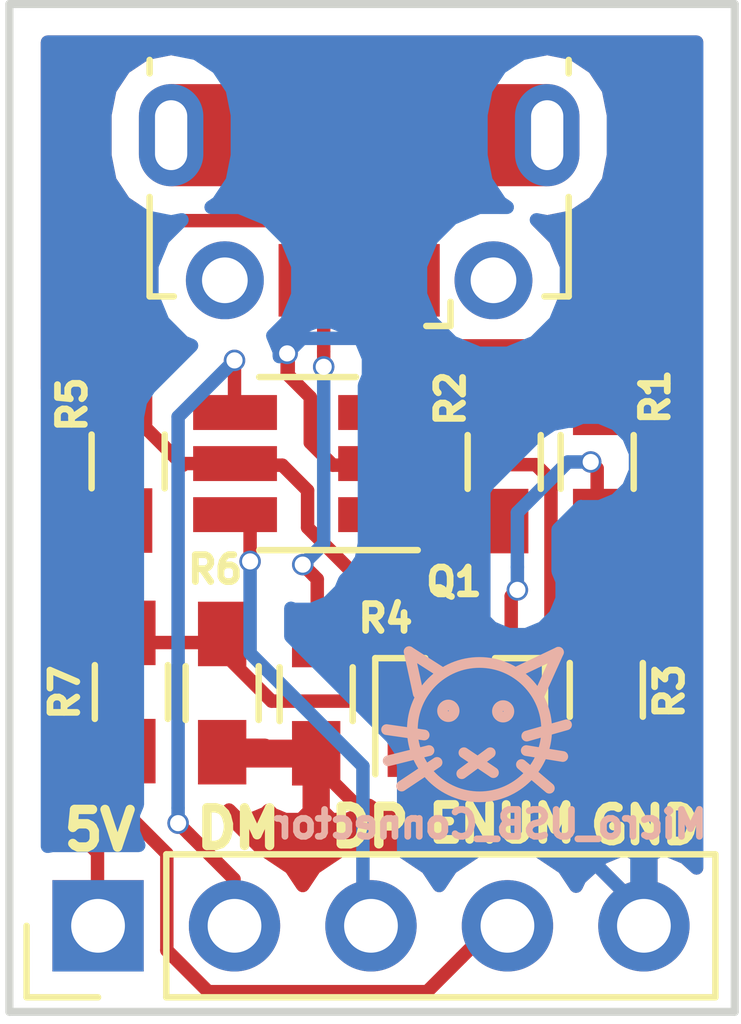
<source format=kicad_pcb>
(kicad_pcb (version 4) (host pcbnew 4.0.7)

  (general
    (links 21)
    (no_connects 0)
    (area 145.924999 108.674999 159.575001 127.575001)
    (thickness 1.6)
    (drawings 25)
    (tracks 122)
    (zones 0)
    (modules 11)
    (nets 13)
  )

  (page A4)
  (layers
    (0 F.Cu signal)
    (31 B.Cu signal)
    (32 B.Adhes user)
    (33 F.Adhes user)
    (34 B.Paste user)
    (35 F.Paste user)
    (36 B.SilkS user)
    (37 F.SilkS user)
    (38 B.Mask user)
    (39 F.Mask user)
    (40 Dwgs.User user)
    (41 Cmts.User user)
    (42 Eco1.User user)
    (43 Eco2.User user)
    (44 Edge.Cuts user)
    (45 Margin user)
    (46 B.CrtYd user)
    (47 F.CrtYd user)
    (48 B.Fab user)
    (49 F.Fab user hide)
  )

  (setup
    (last_trace_width 0.25)
    (trace_clearance 0.2)
    (zone_clearance 0.508)
    (zone_45_only no)
    (trace_min 0.2)
    (segment_width 0.2)
    (edge_width 0.15)
    (via_size 0.6)
    (via_drill 0.4)
    (via_min_size 0.4)
    (via_min_drill 0.3)
    (user_via 0.4 0.3)
    (uvia_size 0.3)
    (uvia_drill 0.1)
    (uvias_allowed no)
    (uvia_min_size 0.2)
    (uvia_min_drill 0.1)
    (pcb_text_width 0.3)
    (pcb_text_size 1.5 1.5)
    (mod_edge_width 0.15)
    (mod_text_size 1 1)
    (mod_text_width 0.15)
    (pad_size 1.2 1.9)
    (pad_drill 0.6)
    (pad_to_mask_clearance 0.2)
    (aux_axis_origin 0 0)
    (visible_elements FFFFFF7F)
    (pcbplotparams
      (layerselection 0x00030_80000001)
      (usegerberextensions false)
      (excludeedgelayer true)
      (linewidth 0.100000)
      (plotframeref false)
      (viasonmask false)
      (mode 1)
      (useauxorigin false)
      (hpglpennumber 1)
      (hpglpenspeed 20)
      (hpglpendiameter 15)
      (hpglpenoverlay 2)
      (psnegative false)
      (psa4output false)
      (plotreference true)
      (plotvalue true)
      (plotinvisibletext false)
      (padsonsilk false)
      (subtractmaskfromsilk false)
      (outputformat 1)
      (mirror false)
      (drillshape 1)
      (scaleselection 1)
      (outputdirectory ""))
  )

  (net 0 "")
  (net 1 GND)
  (net 2 "Net-(J1-Pad2)")
  (net 3 +5V)
  (net 4 "Net-(J1-Pad4)")
  (net 5 "Net-(J1-Pad3)")
  (net 6 /DM)
  (net 7 /DP)
  (net 8 /USB_ENUM)
  (net 9 "Net-(Q1-Pad1)")
  (net 10 "Net-(Q1-Pad2)")
  (net 11 "Net-(R2-Pad1)")
  (net 12 "Net-(R3-Pad1)")

  (net_class Default "This is the default net class."
    (clearance 0.2)
    (trace_width 0.25)
    (via_dia 0.6)
    (via_drill 0.4)
    (uvia_dia 0.3)
    (uvia_drill 0.1)
    (add_net +5V)
    (add_net /DM)
    (add_net /DP)
    (add_net /USB_ENUM)
    (add_net GND)
    (add_net "Net-(J1-Pad2)")
    (add_net "Net-(J1-Pad3)")
    (add_net "Net-(J1-Pad4)")
    (add_net "Net-(Q1-Pad1)")
    (add_net "Net-(Q1-Pad2)")
    (add_net "Net-(R2-Pad1)")
    (add_net "Net-(R3-Pad1)")
  )

  (module Connectors_USB:USB_Micro-B_Molex-105017-0001 (layer F.Cu) (tedit 59DF5418) (tstamp 59DF450E)
    (at 152.51 111.54 180)
    (descr http://www.molex.com/pdm_docs/sd/1050170001_sd.pdf)
    (tags "Micro-USB SMD Typ-B")
    (path /59DF3ADA)
    (attr smd)
    (fp_text reference J1 (at 0.91 -5.71 180) (layer F.SilkS) hide
      (effects (font (size 0.6 0.6) (thickness 0.15)))
    )
    (fp_text value USB_OTG (at 0.3 3.45 180) (layer F.Fab)
      (effects (font (size 1 1) (thickness 0.15)))
    )
    (fp_line (start -4.4 2.75) (end 4.4 2.75) (layer F.CrtYd) (width 0.05))
    (fp_line (start 4.4 -3.35) (end 4.4 2.75) (layer F.CrtYd) (width 0.05))
    (fp_line (start -4.4 -3.35) (end 4.4 -3.35) (layer F.CrtYd) (width 0.05))
    (fp_line (start -4.4 2.75) (end -4.4 -3.35) (layer F.CrtYd) (width 0.05))
    (fp_text user "PCB Edge" (at 0 1.8 180) (layer Dwgs.User) hide
      (effects (font (size 0.5 0.5) (thickness 0.08)))
    )
    (fp_line (start -3.9 -2.65) (end -3.45 -2.65) (layer F.SilkS) (width 0.12))
    (fp_line (start -3.9 -0.8) (end -3.9 -2.65) (layer F.SilkS) (width 0.12))
    (fp_line (start 3.9 1.75) (end 3.9 1.5) (layer F.SilkS) (width 0.12))
    (fp_line (start 3.75 2.5) (end 3.75 -2.5) (layer F.Fab) (width 0.1))
    (fp_line (start -3 1.801704) (end 3 1.801704) (layer F.Fab) (width 0.1))
    (fp_line (start -3.75 2.501704) (end 3.75 2.501704) (layer F.Fab) (width 0.1))
    (fp_line (start -3.75 -2.5) (end 3.75 -2.5) (layer F.Fab) (width 0.1))
    (fp_line (start -3.75 2.5) (end -3.75 -2.5) (layer F.Fab) (width 0.1))
    (fp_line (start -3.9 1.75) (end -3.9 1.5) (layer F.SilkS) (width 0.12))
    (fp_line (start 3.9 -0.8) (end 3.9 -2.65) (layer F.SilkS) (width 0.12))
    (fp_line (start 3.9 -2.65) (end 3.45 -2.65) (layer F.SilkS) (width 0.12))
    (fp_text user %R (at 0 0 180) (layer F.Fab)
      (effects (font (size 1 1) (thickness 0.15)))
    )
    (fp_line (start -1.7 -3.2) (end -1.25 -3.2) (layer F.SilkS) (width 0.12))
    (fp_line (start -1.7 -3.2) (end -1.7 -2.75) (layer F.SilkS) (width 0.12))
    (fp_line (start -1.3 -2.6) (end -1.5 -2.8) (layer F.Fab) (width 0.1))
    (fp_line (start -1.1 -2.8) (end -1.3 -2.6) (layer F.Fab) (width 0.1))
    (fp_line (start -1.5 -3.01) (end -1.1 -3.01) (layer F.Fab) (width 0.1))
    (fp_line (start -1.5 -3.01) (end -1.5 -2.8) (layer F.Fab) (width 0.1))
    (fp_line (start -1.1 -3.01) (end -1.1 -2.8) (layer F.Fab) (width 0.1))
    (pad 6 smd rect (at 1 0.35 180) (size 1.5 1.9) (layers F.Cu F.Paste F.Mask))
    (pad 6 thru_hole circle (at -2.5 -2.35 180) (size 1.45 1.45) (drill 0.85) (layers *.Cu *.Mask))
    (pad 2 smd rect (at -0.65 -2.35 180) (size 0.4 1.35) (layers F.Cu F.Paste F.Mask)
      (net 2 "Net-(J1-Pad2)"))
    (pad 1 smd rect (at -1.3 -2.35 180) (size 0.4 1.35) (layers F.Cu F.Paste F.Mask)
      (net 3 +5V))
    (pad 5 smd rect (at 1.3 -2.35 180) (size 0.4 1.35) (layers F.Cu F.Paste F.Mask)
      (net 1 GND))
    (pad 4 smd rect (at 0.65 -2.35 180) (size 0.4 1.35) (layers F.Cu F.Paste F.Mask)
      (net 4 "Net-(J1-Pad4)"))
    (pad 3 smd rect (at 0 -2.35 180) (size 0.4 1.35) (layers F.Cu F.Paste F.Mask)
      (net 5 "Net-(J1-Pad3)"))
    (pad 6 thru_hole circle (at 2.5 -2.35 180) (size 1.45 1.45) (drill 0.85) (layers *.Cu *.Mask))
    (pad 6 smd rect (at -1 0.35 180) (size 1.5 1.9) (layers F.Cu F.Paste F.Mask))
    (pad 6 thru_hole oval (at -3.5 0.35) (size 1.2 1.9) (drill oval 0.6 1.3) (layers *.Cu *.Mask))
    (pad 6 thru_hole oval (at 3.5 0.35 180) (size 1.2 1.9) (drill oval 0.6 1.3) (layers *.Cu *.Mask))
    (pad 6 smd rect (at 2.9 0.35 180) (size 1.2 1.9) (layers F.Cu F.Mask))
    (pad 6 smd rect (at -2.9 0.35 180) (size 1.2 1.9) (layers F.Cu F.Mask))
    (model ${KISYS3DMOD}/Connectors_USB.3dshapes/USB_Micro-B_Molex-105017-0001.wrl
      (at (xyz 0 0 0))
      (scale (xyz 1 1 1))
      (rotate (xyz 0 0 0))
    )
  )

  (module TO_SOT_Packages_SMD:SOT-23 (layer F.Cu) (tedit 59DF4F3B) (tstamp 59DF451E)
    (at 154.39 121.68 90)
    (descr "SOT-23, Standard")
    (tags SOT-23)
    (path /59DF3E82)
    (attr smd)
    (fp_text reference Q1 (at 2.18 -0.115 180) (layer F.SilkS)
      (effects (font (size 0.5 0.5) (thickness 0.125)))
    )
    (fp_text value MMBT3904 (at 0 2.5 90) (layer F.Fab)
      (effects (font (size 1 1) (thickness 0.15)))
    )
    (fp_text user %R (at 0 0 180) (layer F.Fab)
      (effects (font (size 0.5 0.5) (thickness 0.075)))
    )
    (fp_line (start -0.7 -0.95) (end -0.7 1.5) (layer F.Fab) (width 0.1))
    (fp_line (start -0.15 -1.52) (end 0.7 -1.52) (layer F.Fab) (width 0.1))
    (fp_line (start -0.7 -0.95) (end -0.15 -1.52) (layer F.Fab) (width 0.1))
    (fp_line (start 0.7 -1.52) (end 0.7 1.52) (layer F.Fab) (width 0.1))
    (fp_line (start -0.7 1.52) (end 0.7 1.52) (layer F.Fab) (width 0.1))
    (fp_line (start 0.76 1.58) (end 0.76 0.65) (layer F.SilkS) (width 0.12))
    (fp_line (start 0.76 -1.58) (end 0.76 -0.65) (layer F.SilkS) (width 0.12))
    (fp_line (start -1.7 -1.75) (end 1.7 -1.75) (layer F.CrtYd) (width 0.05))
    (fp_line (start 1.7 -1.75) (end 1.7 1.75) (layer F.CrtYd) (width 0.05))
    (fp_line (start 1.7 1.75) (end -1.7 1.75) (layer F.CrtYd) (width 0.05))
    (fp_line (start -1.7 1.75) (end -1.7 -1.75) (layer F.CrtYd) (width 0.05))
    (fp_line (start 0.76 -1.58) (end -1.4 -1.58) (layer F.SilkS) (width 0.12))
    (fp_line (start 0.76 1.58) (end -0.7 1.58) (layer F.SilkS) (width 0.12))
    (pad 1 smd rect (at -1 -0.95 90) (size 0.9 0.8) (layers F.Cu F.Paste F.Mask)
      (net 9 "Net-(Q1-Pad1)"))
    (pad 2 smd rect (at -1 0.95 90) (size 0.9 0.8) (layers F.Cu F.Paste F.Mask)
      (net 10 "Net-(Q1-Pad2)"))
    (pad 3 smd rect (at 1 0 90) (size 0.9 0.8) (layers F.Cu F.Paste F.Mask)
      (net 3 +5V))
    (model ${KISYS3DMOD}/TO_SOT_Packages_SMD.3dshapes/SOT-23.wrl
      (at (xyz 0 0 0))
      (scale (xyz 1 1 1))
      (rotate (xyz 0 0 0))
    )
  )

  (module Resistors_SMD:R_0603_HandSoldering (layer F.Cu) (tedit 59DF4F34) (tstamp 59DF4524)
    (at 156.94 117.27 90)
    (descr "Resistor SMD 0603, hand soldering")
    (tags "resistor 0603")
    (path /59DF3BCC)
    (attr smd)
    (fp_text reference R1 (at 1.21 1.08 90) (layer F.SilkS)
      (effects (font (size 0.5 0.5) (thickness 0.125)))
    )
    (fp_text value 1k5 (at 0 1.55 90) (layer F.Fab)
      (effects (font (size 1 1) (thickness 0.15)))
    )
    (fp_text user %R (at 0 0 90) (layer F.Fab)
      (effects (font (size 0.4 0.4) (thickness 0.075)))
    )
    (fp_line (start -0.8 0.4) (end -0.8 -0.4) (layer F.Fab) (width 0.1))
    (fp_line (start 0.8 0.4) (end -0.8 0.4) (layer F.Fab) (width 0.1))
    (fp_line (start 0.8 -0.4) (end 0.8 0.4) (layer F.Fab) (width 0.1))
    (fp_line (start -0.8 -0.4) (end 0.8 -0.4) (layer F.Fab) (width 0.1))
    (fp_line (start 0.5 0.68) (end -0.5 0.68) (layer F.SilkS) (width 0.12))
    (fp_line (start -0.5 -0.68) (end 0.5 -0.68) (layer F.SilkS) (width 0.12))
    (fp_line (start -1.96 -0.7) (end 1.95 -0.7) (layer F.CrtYd) (width 0.05))
    (fp_line (start -1.96 -0.7) (end -1.96 0.7) (layer F.CrtYd) (width 0.05))
    (fp_line (start 1.95 0.7) (end 1.95 -0.7) (layer F.CrtYd) (width 0.05))
    (fp_line (start 1.95 0.7) (end -1.96 0.7) (layer F.CrtYd) (width 0.05))
    (pad 1 smd rect (at -1.1 0 90) (size 1.2 0.9) (layers F.Cu F.Paste F.Mask)
      (net 10 "Net-(Q1-Pad2)"))
    (pad 2 smd rect (at 1.1 0 90) (size 1.2 0.9) (layers F.Cu F.Paste F.Mask)
      (net 5 "Net-(J1-Pad3)"))
    (model ${KISYS3DMOD}/Resistors_SMD.3dshapes/R_0603.wrl
      (at (xyz 0 0 0))
      (scale (xyz 1 1 1))
      (rotate (xyz 0 0 0))
    )
  )

  (module Resistors_SMD:R_0603_HandSoldering (layer F.Cu) (tedit 59DF4F2F) (tstamp 59DF452A)
    (at 155.21 117.27 90)
    (descr "Resistor SMD 0603, hand soldering")
    (tags "resistor 0603")
    (path /59DF3BF6)
    (attr smd)
    (fp_text reference R2 (at 1.18 -1 90) (layer F.SilkS)
      (effects (font (size 0.5 0.5) (thickness 0.125)))
    )
    (fp_text value 20R (at 0 1.55 90) (layer F.Fab)
      (effects (font (size 1 1) (thickness 0.15)))
    )
    (fp_text user %R (at 0 0 90) (layer F.Fab)
      (effects (font (size 0.4 0.4) (thickness 0.075)))
    )
    (fp_line (start -0.8 0.4) (end -0.8 -0.4) (layer F.Fab) (width 0.1))
    (fp_line (start 0.8 0.4) (end -0.8 0.4) (layer F.Fab) (width 0.1))
    (fp_line (start 0.8 -0.4) (end 0.8 0.4) (layer F.Fab) (width 0.1))
    (fp_line (start -0.8 -0.4) (end 0.8 -0.4) (layer F.Fab) (width 0.1))
    (fp_line (start 0.5 0.68) (end -0.5 0.68) (layer F.SilkS) (width 0.12))
    (fp_line (start -0.5 -0.68) (end 0.5 -0.68) (layer F.SilkS) (width 0.12))
    (fp_line (start -1.96 -0.7) (end 1.95 -0.7) (layer F.CrtYd) (width 0.05))
    (fp_line (start -1.96 -0.7) (end -1.96 0.7) (layer F.CrtYd) (width 0.05))
    (fp_line (start 1.95 0.7) (end 1.95 -0.7) (layer F.CrtYd) (width 0.05))
    (fp_line (start 1.95 0.7) (end -1.96 0.7) (layer F.CrtYd) (width 0.05))
    (pad 1 smd rect (at -1.1 0 90) (size 1.2 0.9) (layers F.Cu F.Paste F.Mask)
      (net 11 "Net-(R2-Pad1)"))
    (pad 2 smd rect (at 1.1 0 90) (size 1.2 0.9) (layers F.Cu F.Paste F.Mask)
      (net 5 "Net-(J1-Pad3)"))
    (model ${KISYS3DMOD}/Resistors_SMD.3dshapes/R_0603.wrl
      (at (xyz 0 0 0))
      (scale (xyz 1 1 1))
      (rotate (xyz 0 0 0))
    )
  )

  (module Resistors_SMD:R_0603_HandSoldering (layer F.Cu) (tedit 59DF4F37) (tstamp 59DF4530)
    (at 157.11 121.51 90)
    (descr "Resistor SMD 0603, hand soldering")
    (tags "resistor 0603")
    (path /59DF3B84)
    (attr smd)
    (fp_text reference R3 (at -0.025 1.175 90) (layer F.SilkS)
      (effects (font (size 0.5 0.5) (thickness 0.125)))
    )
    (fp_text value 20R (at 0 1.55 90) (layer F.Fab)
      (effects (font (size 1 1) (thickness 0.15)))
    )
    (fp_text user %R (at 0 0 90) (layer F.Fab)
      (effects (font (size 0.4 0.4) (thickness 0.075)))
    )
    (fp_line (start -0.8 0.4) (end -0.8 -0.4) (layer F.Fab) (width 0.1))
    (fp_line (start 0.8 0.4) (end -0.8 0.4) (layer F.Fab) (width 0.1))
    (fp_line (start 0.8 -0.4) (end 0.8 0.4) (layer F.Fab) (width 0.1))
    (fp_line (start -0.8 -0.4) (end 0.8 -0.4) (layer F.Fab) (width 0.1))
    (fp_line (start 0.5 0.68) (end -0.5 0.68) (layer F.SilkS) (width 0.12))
    (fp_line (start -0.5 -0.68) (end 0.5 -0.68) (layer F.SilkS) (width 0.12))
    (fp_line (start -1.96 -0.7) (end 1.95 -0.7) (layer F.CrtYd) (width 0.05))
    (fp_line (start -1.96 -0.7) (end -1.96 0.7) (layer F.CrtYd) (width 0.05))
    (fp_line (start 1.95 0.7) (end 1.95 -0.7) (layer F.CrtYd) (width 0.05))
    (fp_line (start 1.95 0.7) (end -1.96 0.7) (layer F.CrtYd) (width 0.05))
    (pad 1 smd rect (at -1.1 0 90) (size 1.2 0.9) (layers F.Cu F.Paste F.Mask)
      (net 12 "Net-(R3-Pad1)"))
    (pad 2 smd rect (at 1.1 0 90) (size 1.2 0.9) (layers F.Cu F.Paste F.Mask)
      (net 2 "Net-(J1-Pad2)"))
    (model ${KISYS3DMOD}/Resistors_SMD.3dshapes/R_0603.wrl
      (at (xyz 0 0 0))
      (scale (xyz 1 1 1))
      (rotate (xyz 0 0 0))
    )
  )

  (module Resistors_SMD:R_0603_HandSoldering (layer F.Cu) (tedit 59DF4F1C) (tstamp 59DF4536)
    (at 151.71 121.59 90)
    (descr "Resistor SMD 0603, hand soldering")
    (tags "resistor 0603")
    (path /59DF48E8)
    (attr smd)
    (fp_text reference R4 (at 1.41 1.29 180) (layer F.SilkS)
      (effects (font (size 0.5 0.5) (thickness 0.125)))
    )
    (fp_text value 100k (at 0 1.55 90) (layer F.Fab)
      (effects (font (size 1 1) (thickness 0.15)))
    )
    (fp_text user %R (at 0 0 90) (layer F.Fab)
      (effects (font (size 0.4 0.4) (thickness 0.075)))
    )
    (fp_line (start -0.8 0.4) (end -0.8 -0.4) (layer F.Fab) (width 0.1))
    (fp_line (start 0.8 0.4) (end -0.8 0.4) (layer F.Fab) (width 0.1))
    (fp_line (start 0.8 -0.4) (end 0.8 0.4) (layer F.Fab) (width 0.1))
    (fp_line (start -0.8 -0.4) (end 0.8 -0.4) (layer F.Fab) (width 0.1))
    (fp_line (start 0.5 0.68) (end -0.5 0.68) (layer F.SilkS) (width 0.12))
    (fp_line (start -0.5 -0.68) (end 0.5 -0.68) (layer F.SilkS) (width 0.12))
    (fp_line (start -1.96 -0.7) (end 1.95 -0.7) (layer F.CrtYd) (width 0.05))
    (fp_line (start -1.96 -0.7) (end -1.96 0.7) (layer F.CrtYd) (width 0.05))
    (fp_line (start 1.95 0.7) (end 1.95 -0.7) (layer F.CrtYd) (width 0.05))
    (fp_line (start 1.95 0.7) (end -1.96 0.7) (layer F.CrtYd) (width 0.05))
    (pad 1 smd rect (at -1.1 0 90) (size 1.2 0.9) (layers F.Cu F.Paste F.Mask)
      (net 1 GND))
    (pad 2 smd rect (at 1.1 0 90) (size 1.2 0.9) (layers F.Cu F.Paste F.Mask)
      (net 4 "Net-(J1-Pad4)"))
    (model ${KISYS3DMOD}/Resistors_SMD.3dshapes/R_0603.wrl
      (at (xyz 0 0 0))
      (scale (xyz 1 1 1))
      (rotate (xyz 0 0 0))
    )
  )

  (module Resistors_SMD:R_0603_HandSoldering (layer F.Cu) (tedit 59DF4F2B) (tstamp 59DF453C)
    (at 148.21 117.26 270)
    (descr "Resistor SMD 0603, hand soldering")
    (tags "resistor 0603")
    (path /59DF3C17)
    (attr smd)
    (fp_text reference R5 (at -1.06 1.04 270) (layer F.SilkS)
      (effects (font (size 0.5 0.5) (thickness 0.125)))
    )
    (fp_text value R (at 0 1.55 270) (layer F.Fab)
      (effects (font (size 1 1) (thickness 0.15)))
    )
    (fp_text user %R (at 0 0 270) (layer F.Fab)
      (effects (font (size 0.4 0.4) (thickness 0.075)))
    )
    (fp_line (start -0.8 0.4) (end -0.8 -0.4) (layer F.Fab) (width 0.1))
    (fp_line (start 0.8 0.4) (end -0.8 0.4) (layer F.Fab) (width 0.1))
    (fp_line (start 0.8 -0.4) (end 0.8 0.4) (layer F.Fab) (width 0.1))
    (fp_line (start -0.8 -0.4) (end 0.8 -0.4) (layer F.Fab) (width 0.1))
    (fp_line (start 0.5 0.68) (end -0.5 0.68) (layer F.SilkS) (width 0.12))
    (fp_line (start -0.5 -0.68) (end 0.5 -0.68) (layer F.SilkS) (width 0.12))
    (fp_line (start -1.96 -0.7) (end 1.95 -0.7) (layer F.CrtYd) (width 0.05))
    (fp_line (start -1.96 -0.7) (end -1.96 0.7) (layer F.CrtYd) (width 0.05))
    (fp_line (start 1.95 0.7) (end 1.95 -0.7) (layer F.CrtYd) (width 0.05))
    (fp_line (start 1.95 0.7) (end -1.96 0.7) (layer F.CrtYd) (width 0.05))
    (pad 1 smd rect (at -1.1 0 270) (size 1.2 0.9) (layers F.Cu F.Paste F.Mask)
      (net 3 +5V))
    (pad 2 smd rect (at 1.1 0 270) (size 1.2 0.9) (layers F.Cu F.Paste F.Mask)
      (net 9 "Net-(Q1-Pad1)"))
    (model ${KISYS3DMOD}/Resistors_SMD.3dshapes/R_0603.wrl
      (at (xyz 0 0 0))
      (scale (xyz 1 1 1))
      (rotate (xyz 0 0 0))
    )
  )

  (module Resistors_SMD:R_0603_HandSoldering (layer F.Cu) (tedit 59DF4F20) (tstamp 59DF4542)
    (at 149.96 121.57 90)
    (descr "Resistor SMD 0603, hand soldering")
    (tags "resistor 0603")
    (path /59DF3C3B)
    (attr smd)
    (fp_text reference R6 (at 2.3 -0.13 180) (layer F.SilkS)
      (effects (font (size 0.5 0.5) (thickness 0.125)))
    )
    (fp_text value 36k (at 0 1.55 90) (layer F.Fab)
      (effects (font (size 1 1) (thickness 0.15)))
    )
    (fp_text user %R (at 0 0 90) (layer F.Fab)
      (effects (font (size 0.4 0.4) (thickness 0.075)))
    )
    (fp_line (start -0.8 0.4) (end -0.8 -0.4) (layer F.Fab) (width 0.1))
    (fp_line (start 0.8 0.4) (end -0.8 0.4) (layer F.Fab) (width 0.1))
    (fp_line (start 0.8 -0.4) (end 0.8 0.4) (layer F.Fab) (width 0.1))
    (fp_line (start -0.8 -0.4) (end 0.8 -0.4) (layer F.Fab) (width 0.1))
    (fp_line (start 0.5 0.68) (end -0.5 0.68) (layer F.SilkS) (width 0.12))
    (fp_line (start -0.5 -0.68) (end 0.5 -0.68) (layer F.SilkS) (width 0.12))
    (fp_line (start -1.96 -0.7) (end 1.95 -0.7) (layer F.CrtYd) (width 0.05))
    (fp_line (start -1.96 -0.7) (end -1.96 0.7) (layer F.CrtYd) (width 0.05))
    (fp_line (start 1.95 0.7) (end 1.95 -0.7) (layer F.CrtYd) (width 0.05))
    (fp_line (start 1.95 0.7) (end -1.96 0.7) (layer F.CrtYd) (width 0.05))
    (pad 1 smd rect (at -1.1 0 90) (size 1.2 0.9) (layers F.Cu F.Paste F.Mask)
      (net 1 GND))
    (pad 2 smd rect (at 1.1 0 90) (size 1.2 0.9) (layers F.Cu F.Paste F.Mask)
      (net 9 "Net-(Q1-Pad1)"))
    (model ${KISYS3DMOD}/Resistors_SMD.3dshapes/R_0603.wrl
      (at (xyz 0 0 0))
      (scale (xyz 1 1 1))
      (rotate (xyz 0 0 0))
    )
  )

  (module Resistors_SMD:R_0603_HandSoldering (layer F.Cu) (tedit 59DF4F26) (tstamp 59DF4548)
    (at 148.27 121.55 90)
    (descr "Resistor SMD 0603, hand soldering")
    (tags "resistor 0603")
    (path /59DF49CC)
    (attr smd)
    (fp_text reference R7 (at -0.01 -1.24 90) (layer F.SilkS)
      (effects (font (size 0.5 0.5) (thickness 0.125)))
    )
    (fp_text value 100R (at 0 1.55 90) (layer F.Fab)
      (effects (font (size 1 1) (thickness 0.15)))
    )
    (fp_text user %R (at 0 0 90) (layer F.Fab)
      (effects (font (size 0.4 0.4) (thickness 0.075)))
    )
    (fp_line (start -0.8 0.4) (end -0.8 -0.4) (layer F.Fab) (width 0.1))
    (fp_line (start 0.8 0.4) (end -0.8 0.4) (layer F.Fab) (width 0.1))
    (fp_line (start 0.8 -0.4) (end 0.8 0.4) (layer F.Fab) (width 0.1))
    (fp_line (start -0.8 -0.4) (end 0.8 -0.4) (layer F.Fab) (width 0.1))
    (fp_line (start 0.5 0.68) (end -0.5 0.68) (layer F.SilkS) (width 0.12))
    (fp_line (start -0.5 -0.68) (end 0.5 -0.68) (layer F.SilkS) (width 0.12))
    (fp_line (start -1.96 -0.7) (end 1.95 -0.7) (layer F.CrtYd) (width 0.05))
    (fp_line (start -1.96 -0.7) (end -1.96 0.7) (layer F.CrtYd) (width 0.05))
    (fp_line (start 1.95 0.7) (end 1.95 -0.7) (layer F.CrtYd) (width 0.05))
    (fp_line (start 1.95 0.7) (end -1.96 0.7) (layer F.CrtYd) (width 0.05))
    (pad 1 smd rect (at -1.1 0 90) (size 1.2 0.9) (layers F.Cu F.Paste F.Mask)
      (net 8 /USB_ENUM))
    (pad 2 smd rect (at 1.1 0 90) (size 1.2 0.9) (layers F.Cu F.Paste F.Mask)
      (net 9 "Net-(Q1-Pad1)"))
    (model ${KISYS3DMOD}/Resistors_SMD.3dshapes/R_0603.wrl
      (at (xyz 0 0 0))
      (scale (xyz 1 1 1))
      (rotate (xyz 0 0 0))
    )
  )

  (module TO_SOT_Packages_SMD:SOT-23-6_Handsoldering (layer F.Cu) (tedit 59DF4D31) (tstamp 59DF4552)
    (at 151.55 117.3 180)
    (descr "6-pin SOT-23 package, Handsoldering")
    (tags "SOT-23-6 Handsoldering")
    (path /59DF5091)
    (attr smd)
    (fp_text reference U1 (at 0 -2.9 180) (layer F.SilkS) hide
      (effects (font (size 1 1) (thickness 0.15)))
    )
    (fp_text value USBLC6-2SC6 (at 0 2.9 180) (layer F.Fab)
      (effects (font (size 1 1) (thickness 0.15)))
    )
    (fp_text user %R (at 0 0 270) (layer F.Fab)
      (effects (font (size 0.5 0.5) (thickness 0.075)))
    )
    (fp_line (start -0.9 1.61) (end 0.9 1.61) (layer F.SilkS) (width 0.12))
    (fp_line (start 0.9 -1.61) (end -2.05 -1.61) (layer F.SilkS) (width 0.12))
    (fp_line (start -2.4 1.8) (end -2.4 -1.8) (layer F.CrtYd) (width 0.05))
    (fp_line (start 2.4 1.8) (end -2.4 1.8) (layer F.CrtYd) (width 0.05))
    (fp_line (start 2.4 -1.8) (end 2.4 1.8) (layer F.CrtYd) (width 0.05))
    (fp_line (start -2.4 -1.8) (end 2.4 -1.8) (layer F.CrtYd) (width 0.05))
    (fp_line (start -0.9 -0.9) (end -0.25 -1.55) (layer F.Fab) (width 0.1))
    (fp_line (start 0.9 -1.55) (end -0.25 -1.55) (layer F.Fab) (width 0.1))
    (fp_line (start -0.9 -0.9) (end -0.9 1.55) (layer F.Fab) (width 0.1))
    (fp_line (start 0.9 1.55) (end -0.9 1.55) (layer F.Fab) (width 0.1))
    (fp_line (start 0.9 -1.55) (end 0.9 1.55) (layer F.Fab) (width 0.1))
    (pad 1 smd rect (at -1.35 -0.95 180) (size 1.56 0.65) (layers F.Cu F.Paste F.Mask)
      (net 11 "Net-(R2-Pad1)"))
    (pad 2 smd rect (at -1.35 0 180) (size 1.56 0.65) (layers F.Cu F.Paste F.Mask)
      (net 1 GND))
    (pad 3 smd rect (at -1.35 0.95 180) (size 1.56 0.65) (layers F.Cu F.Paste F.Mask)
      (net 12 "Net-(R3-Pad1)"))
    (pad 4 smd rect (at 1.35 0.95 180) (size 1.56 0.65) (layers F.Cu F.Paste F.Mask)
      (net 6 /DM))
    (pad 6 smd rect (at 1.35 -0.95 180) (size 1.56 0.65) (layers F.Cu F.Paste F.Mask)
      (net 7 /DP))
    (pad 5 smd rect (at 1.35 0 180) (size 1.56 0.65) (layers F.Cu F.Paste F.Mask)
      (net 3 +5V))
    (model ${KISYS3DMOD}/TO_SOT_Packages_SMD.3dshapes/SOT-23-6.wrl
      (at (xyz 0 0 0))
      (scale (xyz 1 1 1))
      (rotate (xyz 0 0 0))
    )
  )

  (module Pin_Headers:Pin_Header_Straight_1x05_Pitch2.54mm (layer F.Cu) (tedit 59DF4D3A) (tstamp 59DF4565)
    (at 147.65 125.9 90)
    (descr "Through hole straight pin header, 1x05, 2.54mm pitch, single row")
    (tags "Through hole pin header THT 1x05 2.54mm single row")
    (path /59DF3B49)
    (fp_text reference J2 (at 0 -2.33 90) (layer F.SilkS) hide
      (effects (font (size 1 1) (thickness 0.15)))
    )
    (fp_text value Conn_01x05 (at 0 12.49 90) (layer F.Fab)
      (effects (font (size 1 1) (thickness 0.15)))
    )
    (fp_line (start -0.635 -1.27) (end 1.27 -1.27) (layer F.Fab) (width 0.1))
    (fp_line (start 1.27 -1.27) (end 1.27 11.43) (layer F.Fab) (width 0.1))
    (fp_line (start 1.27 11.43) (end -1.27 11.43) (layer F.Fab) (width 0.1))
    (fp_line (start -1.27 11.43) (end -1.27 -0.635) (layer F.Fab) (width 0.1))
    (fp_line (start -1.27 -0.635) (end -0.635 -1.27) (layer F.Fab) (width 0.1))
    (fp_line (start -1.33 11.49) (end 1.33 11.49) (layer F.SilkS) (width 0.12))
    (fp_line (start -1.33 1.27) (end -1.33 11.49) (layer F.SilkS) (width 0.12))
    (fp_line (start 1.33 1.27) (end 1.33 11.49) (layer F.SilkS) (width 0.12))
    (fp_line (start -1.33 1.27) (end 1.33 1.27) (layer F.SilkS) (width 0.12))
    (fp_line (start -1.33 0) (end -1.33 -1.33) (layer F.SilkS) (width 0.12))
    (fp_line (start -1.33 -1.33) (end 0 -1.33) (layer F.SilkS) (width 0.12))
    (fp_line (start -1.8 -1.8) (end -1.8 11.95) (layer F.CrtYd) (width 0.05))
    (fp_line (start -1.8 11.95) (end 1.8 11.95) (layer F.CrtYd) (width 0.05))
    (fp_line (start 1.8 11.95) (end 1.8 -1.8) (layer F.CrtYd) (width 0.05))
    (fp_line (start 1.8 -1.8) (end -1.8 -1.8) (layer F.CrtYd) (width 0.05))
    (fp_text user %R (at 0 5.08 180) (layer F.Fab)
      (effects (font (size 1 1) (thickness 0.15)))
    )
    (pad 1 thru_hole rect (at 0 0 90) (size 1.7 1.7) (drill 1) (layers *.Cu *.Mask)
      (net 3 +5V))
    (pad 2 thru_hole oval (at 0 2.54 90) (size 1.7 1.7) (drill 1) (layers *.Cu *.Mask)
      (net 6 /DM))
    (pad 3 thru_hole oval (at 0 5.08 90) (size 1.7 1.7) (drill 1) (layers *.Cu *.Mask)
      (net 7 /DP))
    (pad 4 thru_hole oval (at 0 7.62 90) (size 1.7 1.7) (drill 1) (layers *.Cu *.Mask)
      (net 8 /USB_ENUM))
    (pad 5 thru_hole oval (at 0 10.16 90) (size 1.7 1.7) (drill 1) (layers *.Cu *.Mask)
      (net 1 GND))
    (model ${KISYS3DMOD}/Pin_Headers.3dshapes/Pin_Header_Straight_1x05_Pitch2.54mm.wrl
      (at (xyz 0 0 0))
      (scale (xyz 1 1 1))
      (rotate (xyz 0 0 0))
    )
  )

  (gr_text Micro_USB_Connector (at 154.95 124.01) (layer B.SilkS)
    (effects (font (size 0.5 0.5) (thickness 0.125)) (justify mirror))
  )
  (gr_line (start 153.96 122.86) (end 153.3 123.3) (layer B.SilkS) (width 0.2))
  (gr_line (start 153.81 122.64) (end 153.05 122.83) (layer B.SilkS) (width 0.2))
  (gr_line (start 153.72 122.35) (end 153.02 122.25) (layer B.SilkS) (width 0.2))
  (gr_line (start 155.53 122.9) (end 156.05 123.34) (layer B.SilkS) (width 0.2))
  (gr_line (start 155.62 122.64) (end 156.3 122.75) (layer B.SilkS) (width 0.2))
  (gr_line (start 155.63 122.37) (end 156.37 122.16) (layer B.SilkS) (width 0.2))
  (gr_line (start 154.42 123.07) (end 154.95 122.68) (layer B.SilkS) (width 0.2))
  (gr_line (start 154.46 122.68) (end 155.01 123.05) (layer B.SilkS) (width 0.2))
  (gr_circle (center 155.19 121.91) (end 155.26 121.83) (layer B.SilkS) (width 0.2))
  (gr_circle (center 154.17 121.9) (end 154.27 121.86) (layer B.SilkS) (width 0.2))
  (gr_line (start 153.44 120.8) (end 153.61 121.58) (layer B.SilkS) (width 0.2))
  (gr_line (start 154.05 121.19) (end 153.44 120.8) (layer B.SilkS) (width 0.2))
  (gr_line (start 156.22 120.81) (end 155.85 121.63) (layer B.SilkS) (width 0.2))
  (gr_line (start 155.42 121.19) (end 156.22 120.81) (layer B.SilkS) (width 0.2))
  (gr_circle (center 154.75 122.25) (end 155.75 121.5) (layer B.SilkS) (width 0.2))
  (gr_text GND (at 157.83 124.03) (layer F.SilkS)
    (effects (font (size 0.65 0.65) (thickness 0.1625)))
  )
  (gr_text ENUM (at 155.17 124) (layer F.SilkS)
    (effects (font (size 0.65 0.65) (thickness 0.1625)))
  )
  (gr_text DP (at 152.71 124.06) (layer F.SilkS)
    (effects (font (size 0.7 0.7) (thickness 0.175)))
  )
  (gr_text DM (at 150.26 124.09) (layer F.SilkS)
    (effects (font (size 0.7 0.7) (thickness 0.175)))
  )
  (gr_text 5V (at 147.68 124.12) (layer F.SilkS)
    (effects (font (size 0.7 0.7) (thickness 0.175)))
  )
  (gr_line (start 159.5 127.5) (end 159.5 108.75) (layer Edge.Cuts) (width 0.15))
  (gr_line (start 146 108.75) (end 146 127.5) (layer Edge.Cuts) (width 0.15))
  (gr_line (start 146 108.75) (end 159.5 108.75) (layer Edge.Cuts) (width 0.15))
  (gr_line (start 159.5 127.5) (end 146 127.5) (layer Edge.Cuts) (width 0.15))

  (segment (start 151.19 115.655004) (end 151.6 116.065004) (width 0.25) (layer F.Cu) (net 1))
  (segment (start 151.6 116.065004) (end 151.6 116.91) (width 0.25) (layer F.Cu) (net 1))
  (segment (start 151.6 116.91) (end 152.02 117.33) (width 0.25) (layer F.Cu) (net 1))
  (segment (start 152.02 117.33) (end 153.05 117.33) (width 0.25) (layer F.Cu) (net 1))
  (segment (start 151.19 115.655004) (end 151.17 115.635004) (width 0.25) (layer F.Cu) (net 1))
  (segment (start 151.17 115.635004) (end 151.17 115.25) (width 0.25) (layer F.Cu) (net 1))
  (segment (start 151.449999 114.970001) (end 151.17 115.25) (width 0.25) (layer B.Cu) (net 1))
  (segment (start 152.715003 114.970001) (end 151.449999 114.970001) (width 0.25) (layer B.Cu) (net 1))
  (segment (start 154.829989 117.084987) (end 152.715003 114.970001) (width 0.25) (layer B.Cu) (net 1))
  (segment (start 154.829989 122.669989) (end 154.829989 117.084987) (width 0.25) (layer B.Cu) (net 1))
  (segment (start 157.8 125.64) (end 154.829989 122.669989) (width 0.25) (layer B.Cu) (net 1))
  (via (at 151.17 115.25) (size 0.4) (drill 0.3) (layers F.Cu B.Cu) (net 1))
  (segment (start 151.19 114.87) (end 151.19 115.655004) (width 0.25) (layer F.Cu) (net 1))
  (segment (start 151.19 113.54) (end 151.19 114.87) (width 0.25) (layer F.Cu) (net 1))
  (segment (start 151.73 122.78) (end 151.73 122.93) (width 0.25) (layer F.Cu) (net 1))
  (segment (start 153.264999 124.464999) (end 156.624999 124.464999) (width 0.25) (layer F.Cu) (net 1))
  (segment (start 151.73 122.93) (end 153.264999 124.464999) (width 0.25) (layer F.Cu) (net 1))
  (segment (start 156.624999 124.464999) (end 156.950001 124.790001) (width 0.25) (layer F.Cu) (net 1))
  (segment (start 156.950001 124.790001) (end 157.8 125.64) (width 0.25) (layer F.Cu) (net 1))
  (segment (start 149.94 122.83) (end 151.68 122.83) (width 0.25) (layer F.Cu) (net 1))
  (segment (start 149.94 122.83) (end 149.94 123.07) (width 0.25) (layer F.Cu) (net 1))
  (segment (start 151.68 122.83) (end 151.73 122.78) (width 0.25) (layer F.Cu) (net 1))
  (segment (start 153.14 114.64) (end 153.61 115.11) (width 0.25) (layer F.Cu) (net 2))
  (segment (start 157.515002 115.11) (end 157.81 115.404998) (width 0.25) (layer F.Cu) (net 2))
  (segment (start 153.14 113.54) (end 153.14 114.64) (width 0.25) (layer F.Cu) (net 2))
  (segment (start 157.81 115.404998) (end 157.81 119.49) (width 0.25) (layer F.Cu) (net 2))
  (segment (start 153.61 115.11) (end 157.515002 115.11) (width 0.25) (layer F.Cu) (net 2))
  (segment (start 157.81 119.49) (end 157 120.3) (width 0.25) (layer F.Cu) (net 2))
  (segment (start 157 120.3) (end 157 120.45) (width 0.25) (layer F.Cu) (net 2))
  (segment (start 153.81 113.89) (end 153.81 113.15) (width 0.25) (layer F.Cu) (net 3))
  (segment (start 153.81 113.15) (end 153.79 113.13) (width 0.25) (layer F.Cu) (net 3))
  (segment (start 150.2 117.3) (end 149.26 117.3) (width 0.25) (layer F.Cu) (net 3))
  (segment (start 149.26 117.3) (end 149.23 117.33) (width 0.25) (layer F.Cu) (net 3))
  (segment (start 151.08 117.33) (end 150.23 117.33) (width 0.25) (layer F.Cu) (net 3))
  (segment (start 150.23 117.33) (end 150.2 117.3) (width 0.25) (layer F.Cu) (net 3))
  (segment (start 151.55 117.8) (end 151.55 118.49) (width 0.25) (layer F.Cu) (net 3))
  (segment (start 148.21 116.16) (end 148.21 116.31) (width 0.25) (layer F.Cu) (net 3))
  (segment (start 148.21 116.31) (end 149.23 117.33) (width 0.25) (layer F.Cu) (net 3))
  (segment (start 151.08 117.33) (end 151.55 117.8) (width 0.25) (layer F.Cu) (net 3))
  (segment (start 151.55 118.49) (end 153.74 120.68) (width 0.25) (layer F.Cu) (net 3))
  (segment (start 153.74 120.68) (end 154.39 120.68) (width 0.25) (layer F.Cu) (net 3))
  (segment (start 153.79 113.54) (end 153.79 113.13) (width 0.25) (layer F.Cu) (net 3))
  (segment (start 153.79 113.13) (end 153.44 112.78) (width 0.25) (layer F.Cu) (net 3))
  (segment (start 153.44 112.78) (end 149.195998 112.78) (width 0.25) (layer F.Cu) (net 3))
  (segment (start 148.21 115.31) (end 148.21 116.16) (width 0.25) (layer F.Cu) (net 3))
  (segment (start 149.195998 112.78) (end 148.21 113.765998) (width 0.25) (layer F.Cu) (net 3))
  (segment (start 148.21 113.765998) (end 148.21 115.31) (width 0.25) (layer F.Cu) (net 3))
  (segment (start 148.21 116.16) (end 147.51 116.16) (width 0.25) (layer F.Cu) (net 3))
  (segment (start 147.51 116.16) (end 147.28 116.39) (width 0.25) (layer F.Cu) (net 3))
  (segment (start 147.28 116.39) (end 147.28 124.18) (width 0.25) (layer F.Cu) (net 3))
  (segment (start 147.28 124.18) (end 147.64 124.54) (width 0.25) (layer F.Cu) (net 3))
  (segment (start 147.64 124.54) (end 147.64 125.64) (width 0.25) (layer F.Cu) (net 3))
  (segment (start 151.73 120.58) (end 151.73 119.45) (width 0.25) (layer F.Cu) (net 4))
  (segment (start 151.659999 119.379999) (end 151.46 119.18) (width 0.25) (layer F.Cu) (net 4))
  (segment (start 151.659999 118.980001) (end 151.46 119.18) (width 0.25) (layer B.Cu) (net 4))
  (segment (start 151.85 115.5) (end 151.85 118.79) (width 0.25) (layer B.Cu) (net 4))
  (via (at 151.46 119.18) (size 0.4) (drill 0.3) (layers F.Cu B.Cu) (net 4))
  (segment (start 151.85 118.79) (end 151.659999 118.980001) (width 0.25) (layer B.Cu) (net 4))
  (segment (start 151.73 119.45) (end 151.659999 119.379999) (width 0.25) (layer F.Cu) (net 4))
  (segment (start 151.84 113.54) (end 151.85 113.55) (width 0.25) (layer F.Cu) (net 4))
  (segment (start 151.85 113.55) (end 151.85 115.217158) (width 0.25) (layer F.Cu) (net 4))
  (segment (start 151.85 115.217158) (end 151.85 115.5) (width 0.25) (layer F.Cu) (net 4))
  (via (at 151.85 115.5) (size 0.4) (drill 0.3) (layers F.Cu B.Cu) (net 4))
  (segment (start 152.49 114.680002) (end 152.49 113.54) (width 0.25) (layer F.Cu) (net 5))
  (segment (start 153.439998 115.63) (end 152.49 114.680002) (width 0.25) (layer F.Cu) (net 5))
  (segment (start 153.97 115.63) (end 153.439998 115.63) (width 0.25) (layer F.Cu) (net 5))
  (segment (start 154.51 116.17) (end 153.97 115.63) (width 0.25) (layer F.Cu) (net 5))
  (segment (start 155.21 116.17) (end 154.51 116.17) (width 0.25) (layer F.Cu) (net 5))
  (segment (start 155.21 116.17) (end 156.94 116.17) (width 0.25) (layer F.Cu) (net 5))
  (segment (start 150.18 125.03) (end 149.339999 124.189999) (width 0.25) (layer F.Cu) (net 6))
  (segment (start 149.14 123.707158) (end 149.14 123.99) (width 0.25) (layer B.Cu) (net 6))
  (segment (start 149.14 116.43) (end 149.14 123.707158) (width 0.25) (layer B.Cu) (net 6))
  (segment (start 149.339999 124.189999) (end 149.14 123.99) (width 0.25) (layer F.Cu) (net 6))
  (segment (start 150.19 115.38) (end 149.14 116.43) (width 0.25) (layer B.Cu) (net 6))
  (segment (start 150.18 125.64) (end 150.18 125.03) (width 0.25) (layer F.Cu) (net 6))
  (via (at 149.14 123.99) (size 0.4) (drill 0.3) (layers F.Cu B.Cu) (net 6))
  (segment (start 150.19 115.38) (end 150.19 116.22) (width 0.25) (layer F.Cu) (net 6))
  (segment (start 150.19 116.22) (end 150.35 116.38) (width 0.25) (layer F.Cu) (net 6))
  (via (at 150.19 115.38) (size 0.4) (drill 0.3) (layers F.Cu B.Cu) (net 6))
  (segment (start 152.72 125.64) (end 152.58 125.5) (width 0.25) (layer B.Cu) (net 7))
  (segment (start 152.58 125.5) (end 152.58 122.93) (width 0.25) (layer B.Cu) (net 7))
  (segment (start 152.58 122.93) (end 150.48 120.83) (width 0.25) (layer B.Cu) (net 7))
  (segment (start 150.48 120.83) (end 150.48 119.12) (width 0.25) (layer B.Cu) (net 7))
  (segment (start 150.48 119.12) (end 150.48 118.41) (width 0.25) (layer F.Cu) (net 7))
  (segment (start 150.48 118.41) (end 150.35 118.28) (width 0.25) (layer F.Cu) (net 7))
  (via (at 150.48 119.12) (size 0.4) (drill 0.3) (layers F.Cu B.Cu) (net 7))
  (segment (start 149.7 127.125) (end 153.775 127.125) (width 0.25) (layer F.Cu) (net 8))
  (segment (start 153.775 127.125) (end 154.410001 126.489999) (width 0.25) (layer F.Cu) (net 8))
  (segment (start 148.24 122.84) (end 148.24 123.867002) (width 0.25) (layer F.Cu) (net 8))
  (segment (start 148.24 123.867002) (end 148.93 124.557002) (width 0.25) (layer F.Cu) (net 8))
  (segment (start 148.93 124.557002) (end 148.93 126.355) (width 0.25) (layer F.Cu) (net 8))
  (segment (start 148.93 126.355) (end 149.7 127.125) (width 0.25) (layer F.Cu) (net 8))
  (segment (start 154.410001 126.489999) (end 155.26 125.64) (width 0.25) (layer F.Cu) (net 8))
  (segment (start 149.94 120.63) (end 149.94 120.78) (width 0.25) (layer F.Cu) (net 9))
  (segment (start 149.94 120.78) (end 150.88 121.72) (width 0.25) (layer F.Cu) (net 9))
  (segment (start 150.88 121.72) (end 152.53 121.72) (width 0.25) (layer F.Cu) (net 9))
  (segment (start 152.53 121.72) (end 153.44 122.63) (width 0.25) (layer F.Cu) (net 9))
  (segment (start 153.44 122.63) (end 153.44 122.68) (width 0.25) (layer F.Cu) (net 9))
  (segment (start 148.24 120.64) (end 148.24 118.39) (width 0.25) (layer F.Cu) (net 9))
  (segment (start 148.24 118.39) (end 148.21 118.36) (width 0.25) (layer F.Cu) (net 9))
  (segment (start 149.94 120.63) (end 148.25 120.63) (width 0.25) (layer F.Cu) (net 9))
  (segment (start 148.25 120.63) (end 148.24 120.64) (width 0.25) (layer F.Cu) (net 9))
  (segment (start 156.82 117.270002) (end 156.395736 117.270002) (width 0.25) (layer B.Cu) (net 10))
  (segment (start 156.395736 117.270002) (end 155.45499 118.210748) (width 0.25) (layer B.Cu) (net 10))
  (segment (start 155.45499 118.210748) (end 155.45499 119.225736) (width 0.25) (layer B.Cu) (net 10))
  (segment (start 155.45499 119.225736) (end 155.45499 119.65) (width 0.25) (layer B.Cu) (net 10))
  (segment (start 156.94 118.37) (end 156.94 117.390002) (width 0.25) (layer F.Cu) (net 10))
  (via (at 156.82 117.270002) (size 0.4) (drill 0.3) (layers F.Cu B.Cu) (net 10))
  (segment (start 156.94 117.390002) (end 156.82 117.270002) (width 0.25) (layer F.Cu) (net 10))
  (segment (start 155.34 122.68) (end 155.34 119.76499) (width 0.25) (layer F.Cu) (net 10))
  (segment (start 155.34 119.76499) (end 155.45499 119.65) (width 0.25) (layer F.Cu) (net 10))
  (via (at 155.45499 119.65) (size 0.4) (drill 0.3) (layers F.Cu B.Cu) (net 10))
  (segment (start 156.93 118.38) (end 156.94 118.37) (width 0.25) (layer F.Cu) (net 10))
  (segment (start 153.05 118.28) (end 155.12 118.28) (width 0.25) (layer F.Cu) (net 11))
  (segment (start 155.12 118.28) (end 155.21 118.37) (width 0.25) (layer F.Cu) (net 11))
  (segment (start 155.795002 117.32) (end 156.08 117.604998) (width 0.25) (layer F.Cu) (net 12))
  (segment (start 154.724998 117.32) (end 155.795002 117.32) (width 0.25) (layer F.Cu) (net 12))
  (segment (start 156.08 117.604998) (end 156.08 121.58) (width 0.25) (layer F.Cu) (net 12))
  (segment (start 153.05 116.38) (end 153.784998 116.38) (width 0.25) (layer F.Cu) (net 12))
  (segment (start 153.784998 116.38) (end 154.724998 117.32) (width 0.25) (layer F.Cu) (net 12))
  (segment (start 156.08 121.58) (end 157 122.5) (width 0.25) (layer F.Cu) (net 12))
  (segment (start 157 122.5) (end 157 122.65) (width 0.25) (layer F.Cu) (net 12))

  (zone (net 1) (net_name GND) (layer F.Cu) (tstamp 0) (hatch edge 0.508)
    (connect_pads (clearance 0.508))
    (min_thickness 0.254)
    (fill yes (arc_segments 16) (thermal_gap 0.508) (thermal_bridge_width 0.508))
    (polygon
      (pts
        (xy 146 108.75) (xy 159.5 108.75) (xy 159.5 127.5) (xy 146 127.5)
      )
    )
    (filled_polygon
      (pts
        (xy 158.79 124.822538) (xy 158.576924 124.628355) (xy 158.16689 124.458524) (xy 157.937 124.579845) (xy 157.937 125.773)
        (xy 157.957 125.773) (xy 157.957 126.027) (xy 157.937 126.027) (xy 157.937 126.047) (xy 157.683 126.047)
        (xy 157.683 126.027) (xy 157.663 126.027) (xy 157.663 125.773) (xy 157.683 125.773) (xy 157.683 124.579845)
        (xy 157.45311 124.458524) (xy 157.043076 124.628355) (xy 156.614817 125.018642) (xy 156.547702 125.161553) (xy 156.320054 124.820853)
        (xy 155.838285 124.498946) (xy 155.27 124.385907) (xy 154.701715 124.498946) (xy 154.219946 124.820853) (xy 154 125.150026)
        (xy 153.780054 124.820853) (xy 153.298285 124.498946) (xy 152.73 124.385907) (xy 152.161715 124.498946) (xy 151.679946 124.820853)
        (xy 151.46 125.150026) (xy 151.240054 124.820853) (xy 150.758285 124.498946) (xy 150.715172 124.49037) (xy 150.087002 123.8622)
        (xy 150.087002 123.746252) (xy 150.24575 123.905) (xy 150.53631 123.905) (xy 150.769699 123.808327) (xy 150.825 123.753026)
        (xy 150.900301 123.828327) (xy 151.13369 123.925) (xy 151.42425 123.925) (xy 151.583 123.76625) (xy 151.583 122.817)
        (xy 150.90625 122.817) (xy 150.88625 122.797) (xy 150.087 122.797) (xy 150.087 122.817) (xy 149.833 122.817)
        (xy 149.833 122.797) (xy 149.813 122.797) (xy 149.813 122.543) (xy 149.833 122.543) (xy 149.833 122.523)
        (xy 150.087 122.523) (xy 150.087 122.543) (xy 150.76375 122.543) (xy 150.78375 122.563) (xy 151.583 122.563)
        (xy 151.583 122.543) (xy 151.837 122.543) (xy 151.837 122.563) (xy 151.857 122.563) (xy 151.857 122.817)
        (xy 151.837 122.817) (xy 151.837 123.76625) (xy 151.99575 123.925) (xy 152.28631 123.925) (xy 152.519699 123.828327)
        (xy 152.689186 123.658839) (xy 152.78811 123.726431) (xy 153.04 123.77744) (xy 153.84 123.77744) (xy 154.075317 123.733162)
        (xy 154.291441 123.59409) (xy 154.390633 123.448917) (xy 154.47591 123.581441) (xy 154.68811 123.726431) (xy 154.94 123.77744)
        (xy 155.74 123.77744) (xy 155.975317 123.733162) (xy 156.163953 123.611778) (xy 156.19591 123.661441) (xy 156.40811 123.806431)
        (xy 156.66 123.85744) (xy 157.56 123.85744) (xy 157.795317 123.813162) (xy 158.011441 123.67409) (xy 158.156431 123.46189)
        (xy 158.20744 123.21) (xy 158.20744 122.01) (xy 158.163162 121.774683) (xy 158.02409 121.558559) (xy 157.954289 121.510866)
        (xy 158.011441 121.47409) (xy 158.156431 121.26189) (xy 158.20744 121.01) (xy 158.20744 120.167362) (xy 158.347401 120.027401)
        (xy 158.512148 119.780839) (xy 158.57 119.49) (xy 158.57 115.404998) (xy 158.532636 115.217158) (xy 158.512148 115.114158)
        (xy 158.347401 114.867597) (xy 158.052403 114.572599) (xy 157.805841 114.407852) (xy 157.515002 114.35) (xy 156.291578 114.35)
        (xy 156.369763 114.161708) (xy 156.370236 113.620666) (xy 156.163624 113.120628) (xy 155.831017 112.78744) (xy 155.916431 112.78744)
        (xy 156.01 112.806052) (xy 156.482614 112.712043) (xy 156.883277 112.444329) (xy 157.150991 112.043666) (xy 157.245 111.571052)
        (xy 157.245 110.808948) (xy 157.150991 110.336334) (xy 156.883277 109.935671) (xy 156.482614 109.667957) (xy 156.01 109.573948)
        (xy 155.916431 109.59256) (xy 154.81 109.59256) (xy 154.574683 109.636838) (xy 154.537272 109.660912) (xy 154.51189 109.643569)
        (xy 154.26 109.59256) (xy 152.76 109.59256) (xy 152.524683 109.636838) (xy 152.513021 109.644342) (xy 152.51189 109.643569)
        (xy 152.26 109.59256) (xy 150.76 109.59256) (xy 150.524683 109.636838) (xy 150.487272 109.660912) (xy 150.46189 109.643569)
        (xy 150.21 109.59256) (xy 149.103569 109.59256) (xy 149.01 109.573948) (xy 148.537386 109.667957) (xy 148.136723 109.935671)
        (xy 147.869009 110.336334) (xy 147.775 110.808948) (xy 147.775 111.571052) (xy 147.869009 112.043666) (xy 148.136723 112.444329)
        (xy 148.328635 112.572561) (xy 147.672599 113.228597) (xy 147.507852 113.475159) (xy 147.45 113.765998) (xy 147.45 115.004895)
        (xy 147.308559 115.09591) (xy 147.163569 115.30811) (xy 147.119801 115.524242) (xy 146.972599 115.622599) (xy 146.742599 115.852599)
        (xy 146.71 115.901387) (xy 146.71 109.46) (xy 158.79 109.46)
      )
    )
  )
  (zone (net 1) (net_name GND) (layer B.Cu) (tstamp 0) (hatch edge 0.508)
    (connect_pads (clearance 0.508))
    (min_thickness 0.254)
    (fill yes (arc_segments 16) (thermal_gap 0.508) (thermal_bridge_width 0.508))
    (polygon
      (pts
        (xy 146 108.75) (xy 159.5 108.75) (xy 159.5 127.5) (xy 146 127.5)
      )
    )
    (filled_polygon
      (pts
        (xy 158.79 124.822538) (xy 158.576924 124.628355) (xy 158.16689 124.458524) (xy 157.937 124.579845) (xy 157.937 125.773)
        (xy 157.957 125.773) (xy 157.957 126.027) (xy 157.937 126.027) (xy 157.937 126.047) (xy 157.683 126.047)
        (xy 157.683 126.027) (xy 157.663 126.027) (xy 157.663 125.773) (xy 157.683 125.773) (xy 157.683 124.579845)
        (xy 157.45311 124.458524) (xy 157.043076 124.628355) (xy 156.614817 125.018642) (xy 156.547702 125.161553) (xy 156.320054 124.820853)
        (xy 155.838285 124.498946) (xy 155.27 124.385907) (xy 154.701715 124.498946) (xy 154.219946 124.820853) (xy 154 125.150026)
        (xy 153.780054 124.820853) (xy 153.34 124.526819) (xy 153.34 122.93) (xy 153.282148 122.639161) (xy 153.282148 122.63916)
        (xy 153.117401 122.392599) (xy 151.24 120.515198) (xy 151.24 119.992773) (xy 151.293179 120.014855) (xy 151.625363 120.015145)
        (xy 151.932372 119.888292) (xy 152.005428 119.815363) (xy 154.619845 119.815363) (xy 154.746698 120.122372) (xy 154.981383 120.357466)
        (xy 155.288169 120.484855) (xy 155.620353 120.485145) (xy 155.927362 120.358292) (xy 156.162456 120.123607) (xy 156.289845 119.816821)
        (xy 156.290135 119.484637) (xy 156.21499 119.302771) (xy 156.21499 118.52555) (xy 156.640816 118.099724) (xy 156.653179 118.104857)
        (xy 156.985363 118.105147) (xy 157.292372 117.978294) (xy 157.527466 117.743609) (xy 157.654855 117.436823) (xy 157.655145 117.104639)
        (xy 157.528292 116.79763) (xy 157.293607 116.562536) (xy 156.986821 116.435147) (xy 156.654637 116.434857) (xy 156.472771 116.510002)
        (xy 156.395736 116.510002) (xy 156.104897 116.567854) (xy 155.858335 116.732601) (xy 154.917589 117.673347) (xy 154.752842 117.919909)
        (xy 154.69499 118.210748) (xy 154.69499 119.302909) (xy 154.620135 119.483179) (xy 154.619845 119.815363) (xy 152.005428 119.815363)
        (xy 152.167466 119.653607) (xy 152.242929 119.471873) (xy 152.387401 119.327401) (xy 152.552148 119.080839) (xy 152.61 118.79)
        (xy 152.61 115.847091) (xy 152.684855 115.666821) (xy 152.685145 115.334637) (xy 152.558292 115.027628) (xy 152.323607 114.792534)
        (xy 152.016821 114.665145) (xy 151.684637 114.664855) (xy 151.377628 114.791708) (xy 151.142534 115.026393) (xy 151.025062 115.309295)
        (xy 151.025145 115.214637) (xy 150.903348 114.919864) (xy 151.16228 114.661384) (xy 151.369763 114.161708) (xy 151.369765 114.159334)
        (xy 153.649764 114.159334) (xy 153.856376 114.659372) (xy 154.238616 115.04228) (xy 154.738292 115.249763) (xy 155.279334 115.250236)
        (xy 155.779372 115.043624) (xy 156.16228 114.661384) (xy 156.369763 114.161708) (xy 156.370236 113.620666) (xy 156.163624 113.120628)
        (xy 155.809855 112.766241) (xy 156.01 112.806052) (xy 156.482614 112.712043) (xy 156.883277 112.444329) (xy 157.150991 112.043666)
        (xy 157.245 111.571052) (xy 157.245 110.808948) (xy 157.150991 110.336334) (xy 156.883277 109.935671) (xy 156.482614 109.667957)
        (xy 156.01 109.573948) (xy 155.537386 109.667957) (xy 155.136723 109.935671) (xy 154.869009 110.336334) (xy 154.775 110.808948)
        (xy 154.775 111.571052) (xy 154.869009 112.043666) (xy 155.136723 112.444329) (xy 155.265272 112.530223) (xy 154.740666 112.529764)
        (xy 154.240628 112.736376) (xy 153.85772 113.118616) (xy 153.650237 113.618292) (xy 153.649764 114.159334) (xy 151.369765 114.159334)
        (xy 151.370236 113.620666) (xy 151.163624 113.120628) (xy 150.781384 112.73772) (xy 150.281708 112.530237) (xy 149.755395 112.529777)
        (xy 149.883277 112.444329) (xy 150.150991 112.043666) (xy 150.245 111.571052) (xy 150.245 110.808948) (xy 150.150991 110.336334)
        (xy 149.883277 109.935671) (xy 149.482614 109.667957) (xy 149.01 109.573948) (xy 148.537386 109.667957) (xy 148.136723 109.935671)
        (xy 147.869009 110.336334) (xy 147.775 110.808948) (xy 147.775 111.571052) (xy 147.869009 112.043666) (xy 148.136723 112.444329)
        (xy 148.537386 112.712043) (xy 149.01 112.806052) (xy 149.210852 112.7661) (xy 148.85772 113.118616) (xy 148.650237 113.618292)
        (xy 148.649764 114.159334) (xy 148.856376 114.659372) (xy 149.238616 115.04228) (xy 149.390041 115.105157) (xy 148.602599 115.892599)
        (xy 148.437852 116.139161) (xy 148.38 116.43) (xy 148.38 123.642909) (xy 148.305145 123.823179) (xy 148.304855 124.155363)
        (xy 148.406994 124.40256) (xy 146.8 124.40256) (xy 146.71 124.419495) (xy 146.71 109.46) (xy 158.79 109.46)
      )
    )
  )
)

</source>
